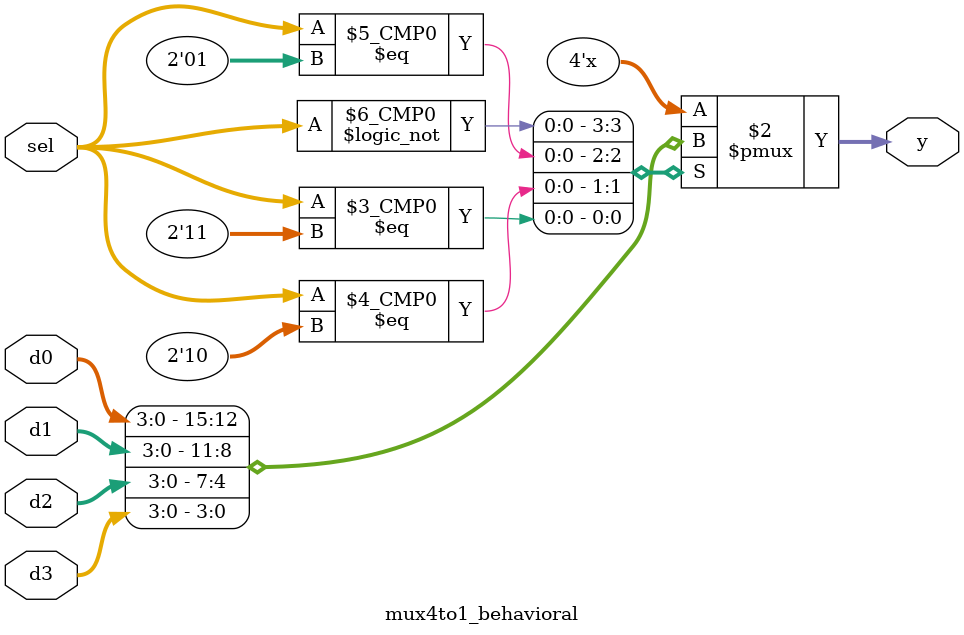
<source format=v>
/*
  Thiết kế mạch Multiplexer 4-to-1:
  - Input: sel[1:0], d0, d1, d2, d3
  - Output: y
  Yêu cầu:
  1) Mô hình cấu trúc (structural): dùng cổng cơ bản (and/or/not)
  2) Mô hình hành vi (dataflow): chỉ sử dụng continuous assignment
  3) Mô hình hành vi (behavioral): chỉ sử dụng procedural assignment trong always
*/

//------------------------------------------------------------------------------
// 1) Mô hình cấu trúc
//------------------------------------------------------------------------------
module mux4to1_structural (
    input  wire [3:0] d0,
    input  wire [3:0] d1,
    input  wire [3:0] d2,   
    input  wire [3:0] d3,
    input  wire [1:0] sel,
    output wire [3:0] y
);
  wire [3:0] and0, and1, and2, and3;

  // bit mask theo selector
  assign and0 = d0 & {4{~sel[1] & ~sel[0]}};
  assign and1 = d1 & {4{~sel[1] &  sel[0]}};
  assign and2 = d2 & {4{ sel[1] & ~sel[0]}};
  assign and3 = d3 & {4{ sel[1] &  sel[0]}};

  assign y = and0 | and1 | and2 | and3;
endmodule


//------------------------------------------------------------------------------
// 2) Mô hình hành vi (dataflow)
//------------------------------------------------------------------------------
module mux4to1_dataflow (
    input  wire [3:0] d0,
    input  wire [3:0] d1,
    input  wire [3:0] d2,   
	 input  wire [3:0] d3,
    input  wire [1:0] sel,
    output wire [3:0] y
);
  // dùng toán tử shift và bitwise select
  assign y = (sel == 2'd0) ? d0 :
             (sel == 2'd1) ? d1 :
             (sel == 2'd2) ? d2 :
                              d3;
endmodule

//------------------------------------------------------------------------------
// 3) Mô hình hành vi (behavioral)
//------------------------------------------------------------------------------
module mux4to1_behavioral (
    input  wire [3:0] d0,
    input  wire [3:0] d1,
    input  wire [3:0] d2,   
    input  wire [3:0] d3,
    input  wire [1:0] sel,
    output reg  [3:0] y  // sửa: reg thay vì wire
);
  always @(*) begin
    case (sel)
      2'd0: y = d0;
      2'd1: y = d1;
      2'd2: y = d2;
      2'd3: y = d3;
      default: y = 4'b0000;
    endcase
  end
endmodule
</source>
